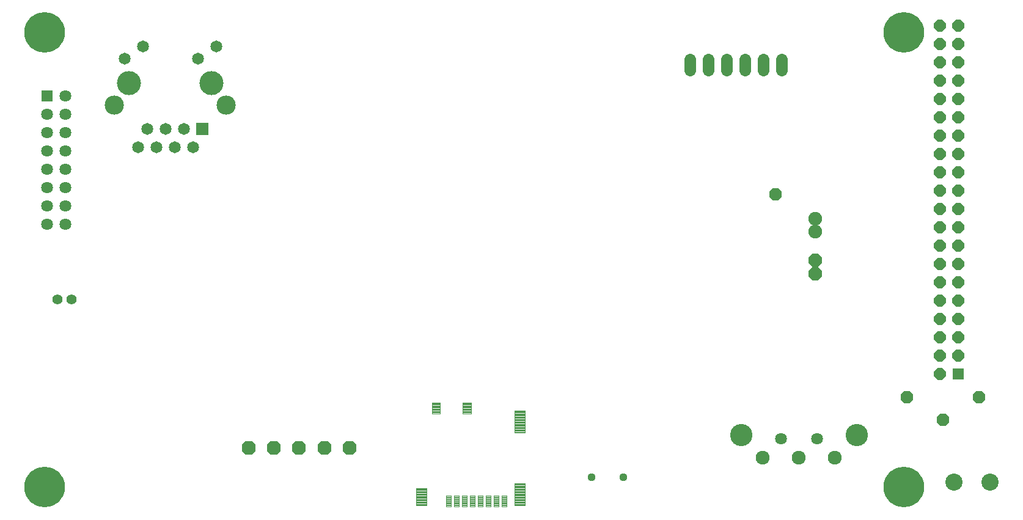
<source format=gbs>
G75*
%MOIN*%
%OFA0B0*%
%FSLAX25Y25*%
%IPPOS*%
%LPD*%
%AMOC8*
5,1,8,0,0,1.08239X$1,22.5*
%
%ADD10OC8,0.06996*%
%ADD11R,0.06406X0.06406*%
%ADD12OC8,0.06406*%
%ADD13C,0.06406*%
%ADD14OC8,0.07587*%
%ADD15C,0.07587*%
%ADD16C,0.12161*%
%ADD17C,0.00488*%
%ADD18C,0.00435*%
%ADD19C,0.00435*%
%ADD20C,0.06500*%
%ADD21R,0.06500X0.06500*%
%ADD22C,0.13098*%
%ADD23C,0.10500*%
%ADD24C,0.04437*%
%ADD25C,0.09358*%
%ADD26C,0.06406*%
%ADD27C,0.05500*%
%ADD28C,0.07500*%
%ADD29OC8,0.07500*%
%ADD30C,0.22154*%
D10*
X0466228Y0312454D03*
X0537943Y0201904D03*
X0557628Y0189306D03*
X0577314Y0201904D03*
D11*
X0565912Y0214602D03*
X0069078Y0366054D03*
D12*
X0555912Y0364602D03*
X0565912Y0364602D03*
X0565912Y0374602D03*
X0555912Y0374602D03*
X0555912Y0384602D03*
X0565912Y0384602D03*
X0565912Y0394602D03*
X0555912Y0394602D03*
X0555912Y0404602D03*
X0565912Y0404602D03*
X0565912Y0354602D03*
X0565912Y0344602D03*
X0565912Y0334602D03*
X0565912Y0324602D03*
X0555912Y0324602D03*
X0555912Y0334602D03*
X0555912Y0344602D03*
X0555912Y0354602D03*
X0555912Y0314602D03*
X0555912Y0304602D03*
X0555912Y0294602D03*
X0555912Y0284602D03*
X0555912Y0274602D03*
X0565912Y0274602D03*
X0565912Y0284602D03*
X0565912Y0294602D03*
X0565912Y0304602D03*
X0565912Y0314602D03*
X0565912Y0264602D03*
X0565912Y0254602D03*
X0565912Y0244602D03*
X0565912Y0234602D03*
X0555912Y0234602D03*
X0555912Y0244602D03*
X0555912Y0254602D03*
X0555912Y0264602D03*
X0555912Y0224602D03*
X0555912Y0214602D03*
X0565912Y0224602D03*
D13*
X0488983Y0179012D03*
X0469298Y0179012D03*
X0079078Y0296054D03*
X0069078Y0296054D03*
X0069078Y0306054D03*
X0069078Y0316054D03*
X0069078Y0326054D03*
X0069078Y0336054D03*
X0069078Y0346054D03*
X0079078Y0346054D03*
X0079078Y0336054D03*
X0079078Y0326054D03*
X0079078Y0316054D03*
X0079078Y0306054D03*
X0079078Y0356054D03*
X0069078Y0356054D03*
X0079078Y0366054D03*
D14*
X0178943Y0174287D03*
X0192723Y0174287D03*
X0206502Y0174287D03*
X0220282Y0174287D03*
X0234062Y0174287D03*
D15*
X0459455Y0168776D03*
X0479140Y0168776D03*
X0498825Y0168776D03*
D16*
X0510636Y0180980D03*
X0447644Y0180980D03*
D17*
X0319698Y0148113D02*
X0316930Y0148113D01*
X0319698Y0148113D02*
X0319698Y0142195D01*
X0316930Y0142195D01*
X0316930Y0148113D01*
X0316930Y0142682D02*
X0319698Y0142682D01*
X0319698Y0143169D02*
X0316930Y0143169D01*
X0316930Y0143656D02*
X0319698Y0143656D01*
X0319698Y0144143D02*
X0316930Y0144143D01*
X0316930Y0144630D02*
X0319698Y0144630D01*
X0319698Y0145117D02*
X0316930Y0145117D01*
X0316930Y0145604D02*
X0319698Y0145604D01*
X0319698Y0146091D02*
X0316930Y0146091D01*
X0316930Y0146578D02*
X0319698Y0146578D01*
X0319698Y0147065D02*
X0316930Y0147065D01*
X0316930Y0147552D02*
X0319698Y0147552D01*
X0319698Y0148039D02*
X0316930Y0148039D01*
X0315367Y0148113D02*
X0312599Y0148113D01*
X0315367Y0148113D02*
X0315367Y0142195D01*
X0312599Y0142195D01*
X0312599Y0148113D01*
X0312599Y0142682D02*
X0315367Y0142682D01*
X0315367Y0143169D02*
X0312599Y0143169D01*
X0312599Y0143656D02*
X0315367Y0143656D01*
X0315367Y0144143D02*
X0312599Y0144143D01*
X0312599Y0144630D02*
X0315367Y0144630D01*
X0315367Y0145117D02*
X0312599Y0145117D01*
X0312599Y0145604D02*
X0315367Y0145604D01*
X0315367Y0146091D02*
X0312599Y0146091D01*
X0312599Y0146578D02*
X0315367Y0146578D01*
X0315367Y0147065D02*
X0312599Y0147065D01*
X0312599Y0147552D02*
X0315367Y0147552D01*
X0315367Y0148039D02*
X0312599Y0148039D01*
X0311036Y0148113D02*
X0308268Y0148113D01*
X0311036Y0148113D02*
X0311036Y0142195D01*
X0308268Y0142195D01*
X0308268Y0148113D01*
X0308268Y0142682D02*
X0311036Y0142682D01*
X0311036Y0143169D02*
X0308268Y0143169D01*
X0308268Y0143656D02*
X0311036Y0143656D01*
X0311036Y0144143D02*
X0308268Y0144143D01*
X0308268Y0144630D02*
X0311036Y0144630D01*
X0311036Y0145117D02*
X0308268Y0145117D01*
X0308268Y0145604D02*
X0311036Y0145604D01*
X0311036Y0146091D02*
X0308268Y0146091D01*
X0308268Y0146578D02*
X0311036Y0146578D01*
X0311036Y0147065D02*
X0308268Y0147065D01*
X0308268Y0147552D02*
X0311036Y0147552D01*
X0311036Y0148039D02*
X0308268Y0148039D01*
X0306705Y0148113D02*
X0303937Y0148113D01*
X0306705Y0148113D02*
X0306705Y0142195D01*
X0303937Y0142195D01*
X0303937Y0148113D01*
X0303937Y0142682D02*
X0306705Y0142682D01*
X0306705Y0143169D02*
X0303937Y0143169D01*
X0303937Y0143656D02*
X0306705Y0143656D01*
X0306705Y0144143D02*
X0303937Y0144143D01*
X0303937Y0144630D02*
X0306705Y0144630D01*
X0306705Y0145117D02*
X0303937Y0145117D01*
X0303937Y0145604D02*
X0306705Y0145604D01*
X0306705Y0146091D02*
X0303937Y0146091D01*
X0303937Y0146578D02*
X0306705Y0146578D01*
X0306705Y0147065D02*
X0303937Y0147065D01*
X0303937Y0147552D02*
X0306705Y0147552D01*
X0306705Y0148039D02*
X0303937Y0148039D01*
X0302375Y0148113D02*
X0299607Y0148113D01*
X0302375Y0148113D02*
X0302375Y0142195D01*
X0299607Y0142195D01*
X0299607Y0148113D01*
X0299607Y0142682D02*
X0302375Y0142682D01*
X0302375Y0143169D02*
X0299607Y0143169D01*
X0299607Y0143656D02*
X0302375Y0143656D01*
X0302375Y0144143D02*
X0299607Y0144143D01*
X0299607Y0144630D02*
X0302375Y0144630D01*
X0302375Y0145117D02*
X0299607Y0145117D01*
X0299607Y0145604D02*
X0302375Y0145604D01*
X0302375Y0146091D02*
X0299607Y0146091D01*
X0299607Y0146578D02*
X0302375Y0146578D01*
X0302375Y0147065D02*
X0299607Y0147065D01*
X0299607Y0147552D02*
X0302375Y0147552D01*
X0302375Y0148039D02*
X0299607Y0148039D01*
X0298044Y0148113D02*
X0295276Y0148113D01*
X0298044Y0148113D02*
X0298044Y0142195D01*
X0295276Y0142195D01*
X0295276Y0148113D01*
X0295276Y0142682D02*
X0298044Y0142682D01*
X0298044Y0143169D02*
X0295276Y0143169D01*
X0295276Y0143656D02*
X0298044Y0143656D01*
X0298044Y0144143D02*
X0295276Y0144143D01*
X0295276Y0144630D02*
X0298044Y0144630D01*
X0298044Y0145117D02*
X0295276Y0145117D01*
X0295276Y0145604D02*
X0298044Y0145604D01*
X0298044Y0146091D02*
X0295276Y0146091D01*
X0295276Y0146578D02*
X0298044Y0146578D01*
X0298044Y0147065D02*
X0295276Y0147065D01*
X0295276Y0147552D02*
X0298044Y0147552D01*
X0298044Y0148039D02*
X0295276Y0148039D01*
X0293713Y0148113D02*
X0290945Y0148113D01*
X0293713Y0148113D02*
X0293713Y0142195D01*
X0290945Y0142195D01*
X0290945Y0148113D01*
X0290945Y0142682D02*
X0293713Y0142682D01*
X0293713Y0143169D02*
X0290945Y0143169D01*
X0290945Y0143656D02*
X0293713Y0143656D01*
X0293713Y0144143D02*
X0290945Y0144143D01*
X0290945Y0144630D02*
X0293713Y0144630D01*
X0293713Y0145117D02*
X0290945Y0145117D01*
X0290945Y0145604D02*
X0293713Y0145604D01*
X0293713Y0146091D02*
X0290945Y0146091D01*
X0290945Y0146578D02*
X0293713Y0146578D01*
X0293713Y0147065D02*
X0290945Y0147065D01*
X0290945Y0147552D02*
X0293713Y0147552D01*
X0293713Y0148039D02*
X0290945Y0148039D01*
X0289383Y0148113D02*
X0286615Y0148113D01*
X0289383Y0148113D02*
X0289383Y0142195D01*
X0286615Y0142195D01*
X0286615Y0148113D01*
X0286615Y0142682D02*
X0289383Y0142682D01*
X0289383Y0143169D02*
X0286615Y0143169D01*
X0286615Y0143656D02*
X0289383Y0143656D01*
X0289383Y0144143D02*
X0286615Y0144143D01*
X0286615Y0144630D02*
X0289383Y0144630D01*
X0289383Y0145117D02*
X0286615Y0145117D01*
X0286615Y0145604D02*
X0289383Y0145604D01*
X0289383Y0146091D02*
X0286615Y0146091D01*
X0286615Y0146578D02*
X0289383Y0146578D01*
X0289383Y0147065D02*
X0286615Y0147065D01*
X0286615Y0147552D02*
X0289383Y0147552D01*
X0289383Y0148039D02*
X0286615Y0148039D01*
D18*
X0276122Y0151977D02*
X0270348Y0151977D01*
X0276122Y0151977D02*
X0276122Y0142739D01*
X0270348Y0142739D01*
X0270348Y0151977D01*
X0270348Y0143173D02*
X0276122Y0143173D01*
X0276122Y0143607D02*
X0270348Y0143607D01*
X0270348Y0144041D02*
X0276122Y0144041D01*
X0276122Y0144475D02*
X0270348Y0144475D01*
X0270348Y0144909D02*
X0276122Y0144909D01*
X0276122Y0145343D02*
X0270348Y0145343D01*
X0270348Y0145777D02*
X0276122Y0145777D01*
X0276122Y0146211D02*
X0270348Y0146211D01*
X0270348Y0146645D02*
X0276122Y0146645D01*
X0276122Y0147079D02*
X0270348Y0147079D01*
X0270348Y0147513D02*
X0276122Y0147513D01*
X0276122Y0147947D02*
X0270348Y0147947D01*
X0270348Y0148381D02*
X0276122Y0148381D01*
X0276122Y0148815D02*
X0270348Y0148815D01*
X0270348Y0149249D02*
X0276122Y0149249D01*
X0276122Y0149683D02*
X0270348Y0149683D01*
X0270348Y0150117D02*
X0276122Y0150117D01*
X0276122Y0150551D02*
X0270348Y0150551D01*
X0270348Y0150985D02*
X0276122Y0150985D01*
X0276122Y0151419D02*
X0270348Y0151419D01*
X0270348Y0151853D02*
X0276122Y0151853D01*
X0323891Y0154635D02*
X0329665Y0154635D01*
X0329665Y0142759D01*
X0323891Y0142759D01*
X0323891Y0154635D01*
X0323891Y0143193D02*
X0329665Y0143193D01*
X0329665Y0143627D02*
X0323891Y0143627D01*
X0323891Y0144061D02*
X0329665Y0144061D01*
X0329665Y0144495D02*
X0323891Y0144495D01*
X0323891Y0144929D02*
X0329665Y0144929D01*
X0329665Y0145363D02*
X0323891Y0145363D01*
X0323891Y0145797D02*
X0329665Y0145797D01*
X0329665Y0146231D02*
X0323891Y0146231D01*
X0323891Y0146665D02*
X0329665Y0146665D01*
X0329665Y0147099D02*
X0323891Y0147099D01*
X0323891Y0147533D02*
X0329665Y0147533D01*
X0329665Y0147967D02*
X0323891Y0147967D01*
X0323891Y0148401D02*
X0329665Y0148401D01*
X0329665Y0148835D02*
X0323891Y0148835D01*
X0323891Y0149269D02*
X0329665Y0149269D01*
X0329665Y0149703D02*
X0323891Y0149703D01*
X0323891Y0150137D02*
X0329665Y0150137D01*
X0329665Y0150571D02*
X0323891Y0150571D01*
X0323891Y0151005D02*
X0329665Y0151005D01*
X0329665Y0151439D02*
X0323891Y0151439D01*
X0323891Y0151873D02*
X0329665Y0151873D01*
X0329665Y0152307D02*
X0323891Y0152307D01*
X0323891Y0152741D02*
X0329665Y0152741D01*
X0329665Y0153175D02*
X0323891Y0153175D01*
X0323891Y0153609D02*
X0329665Y0153609D01*
X0329665Y0154043D02*
X0323891Y0154043D01*
X0323891Y0154477D02*
X0329665Y0154477D01*
X0329665Y0194399D02*
X0323891Y0194399D01*
X0329665Y0194399D02*
X0329665Y0182523D01*
X0323891Y0182523D01*
X0323891Y0194399D01*
X0323891Y0182957D02*
X0329665Y0182957D01*
X0329665Y0183391D02*
X0323891Y0183391D01*
X0323891Y0183825D02*
X0329665Y0183825D01*
X0329665Y0184259D02*
X0323891Y0184259D01*
X0323891Y0184693D02*
X0329665Y0184693D01*
X0329665Y0185127D02*
X0323891Y0185127D01*
X0323891Y0185561D02*
X0329665Y0185561D01*
X0329665Y0185995D02*
X0323891Y0185995D01*
X0323891Y0186429D02*
X0329665Y0186429D01*
X0329665Y0186863D02*
X0323891Y0186863D01*
X0323891Y0187297D02*
X0329665Y0187297D01*
X0329665Y0187731D02*
X0323891Y0187731D01*
X0323891Y0188165D02*
X0329665Y0188165D01*
X0329665Y0188599D02*
X0323891Y0188599D01*
X0323891Y0189033D02*
X0329665Y0189033D01*
X0329665Y0189467D02*
X0323891Y0189467D01*
X0323891Y0189901D02*
X0329665Y0189901D01*
X0329665Y0190335D02*
X0323891Y0190335D01*
X0323891Y0190769D02*
X0329665Y0190769D01*
X0329665Y0191203D02*
X0323891Y0191203D01*
X0323891Y0191637D02*
X0329665Y0191637D01*
X0329665Y0192071D02*
X0323891Y0192071D01*
X0323891Y0192505D02*
X0329665Y0192505D01*
X0329665Y0192939D02*
X0323891Y0192939D01*
X0323891Y0193373D02*
X0329665Y0193373D01*
X0329665Y0193807D02*
X0323891Y0193807D01*
X0323891Y0194241D02*
X0329665Y0194241D01*
D19*
X0300236Y0198927D02*
X0295840Y0198927D01*
X0300236Y0198927D02*
X0300236Y0192955D01*
X0295840Y0192955D01*
X0295840Y0198927D01*
X0295840Y0193389D02*
X0300236Y0193389D01*
X0300236Y0193823D02*
X0295840Y0193823D01*
X0295840Y0194257D02*
X0300236Y0194257D01*
X0300236Y0194691D02*
X0295840Y0194691D01*
X0295840Y0195125D02*
X0300236Y0195125D01*
X0300236Y0195559D02*
X0295840Y0195559D01*
X0295840Y0195993D02*
X0300236Y0195993D01*
X0300236Y0196427D02*
X0295840Y0196427D01*
X0295840Y0196861D02*
X0300236Y0196861D01*
X0300236Y0197295D02*
X0295840Y0197295D01*
X0295840Y0197729D02*
X0300236Y0197729D01*
X0300236Y0198163D02*
X0295840Y0198163D01*
X0295840Y0198597D02*
X0300236Y0198597D01*
X0283307Y0198927D02*
X0278911Y0198927D01*
X0283307Y0198927D02*
X0283307Y0192955D01*
X0278911Y0192955D01*
X0278911Y0198927D01*
X0278911Y0193389D02*
X0283307Y0193389D01*
X0283307Y0193823D02*
X0278911Y0193823D01*
X0278911Y0194257D02*
X0283307Y0194257D01*
X0283307Y0194691D02*
X0278911Y0194691D01*
X0278911Y0195125D02*
X0283307Y0195125D01*
X0283307Y0195559D02*
X0278911Y0195559D01*
X0278911Y0195993D02*
X0283307Y0195993D01*
X0283307Y0196427D02*
X0278911Y0196427D01*
X0278911Y0196861D02*
X0283307Y0196861D01*
X0283307Y0197295D02*
X0278911Y0197295D01*
X0278911Y0197729D02*
X0283307Y0197729D01*
X0283307Y0198163D02*
X0278911Y0198163D01*
X0278911Y0198597D02*
X0283307Y0198597D01*
D20*
X0148819Y0338037D03*
X0138819Y0338037D03*
X0128819Y0338037D03*
X0118819Y0338037D03*
X0123819Y0348037D03*
X0133819Y0348037D03*
X0143819Y0348037D03*
X0151220Y0386344D03*
X0161220Y0393037D03*
X0121417Y0393037D03*
X0111417Y0386344D03*
D21*
X0153819Y0348037D03*
D22*
X0158819Y0373037D03*
X0113819Y0373037D03*
D23*
X0105807Y0361029D03*
X0166830Y0361029D03*
D24*
X0366148Y0158146D03*
X0383471Y0158146D03*
D25*
X0563786Y0155390D03*
X0583471Y0155390D03*
D26*
X0469678Y0380202D02*
X0469678Y0386107D01*
X0459678Y0386107D02*
X0459678Y0380202D01*
X0449678Y0380202D02*
X0449678Y0386107D01*
X0439678Y0386107D02*
X0439678Y0380202D01*
X0429678Y0380202D02*
X0429678Y0386107D01*
X0419678Y0386107D02*
X0419678Y0380202D01*
D27*
X0082415Y0255254D03*
X0074541Y0255254D03*
D28*
X0488178Y0292128D03*
X0488178Y0299215D03*
D29*
X0488178Y0276380D03*
X0488178Y0269294D03*
D30*
X0067723Y0152634D03*
X0067723Y0400665D03*
X0536227Y0400665D03*
X0536227Y0152634D03*
M02*

</source>
